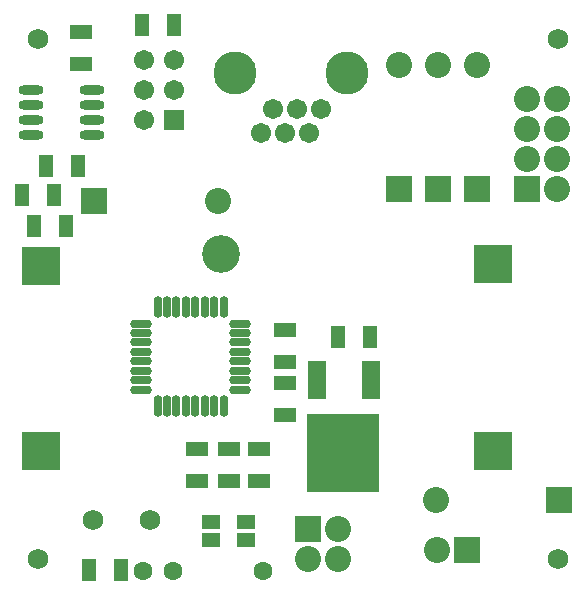
<source format=gts>
%FSAX44Y44*%
%MOMM*%
G71*
G01*
G75*
G04 Layer_Color=8388736*
%ADD10R,1.1000X1.7000*%
%ADD11R,1.7000X1.1000*%
%ADD12R,6.0000X6.5000*%
%ADD13R,1.4000X3.0000*%
%ADD14O,0.5500X1.6500*%
%ADD15O,1.6500X0.5500*%
%ADD16R,1.4000X1.1000*%
%ADD17O,1.9000X0.6000*%
%ADD18C,1.5000*%
%ADD19C,0.5080*%
%ADD20C,1.4000*%
%ADD21C,1.5240*%
%ADD22C,3.0000*%
%ADD23R,3.0000X3.0000*%
%ADD24C,2.0000*%
%ADD25R,2.0000X2.0000*%
%ADD26C,2.0000*%
%ADD27R,2.0000X2.0000*%
%ADD28R,2.0000X2.0000*%
%ADD29C,1.5000*%
%ADD30R,1.5000X1.5000*%
%ADD31R,2.0000X2.0000*%
%ADD32C,1.4000*%
%ADD33C,0.5000*%
%ADD34C,0.8000*%
%ADD35C,3.4500*%
%ADD36O,0.5800X1.3000*%
%ADD37R,0.5800X1.3000*%
%ADD38R,6.5000X6.0000*%
%ADD39R,3.0000X1.4000*%
%ADD40C,1.0000*%
%ADD41R,2.2191X0.9960*%
%ADD42C,0.2540*%
%ADD43C,0.2500*%
%ADD44C,0.6000*%
%ADD45C,0.2000*%
%ADD46C,0.5000*%
%ADD47R,0.8000X2.8000*%
%ADD48R,2.8000X0.8000*%
%ADD49R,1.3032X1.9032*%
%ADD50R,1.9032X1.3032*%
%ADD51R,6.2032X6.7032*%
%ADD52R,1.6032X3.2032*%
%ADD53O,0.7532X1.8532*%
%ADD54O,1.8532X0.7532*%
%ADD55R,1.6032X1.3032*%
%ADD56O,2.1032X0.8032*%
%ADD57C,1.7272*%
%ADD58C,3.2032*%
%ADD59R,3.2032X3.2032*%
%ADD60C,2.2032*%
%ADD61R,2.2032X2.2032*%
%ADD62C,2.2032*%
%ADD63R,2.2032X2.2032*%
%ADD64R,2.2032X2.2032*%
%ADD65C,1.7032*%
%ADD66R,1.7032X1.7032*%
%ADD67R,2.2032X2.2032*%
%ADD68C,1.6032*%
%ADD69C,3.6532*%
D49*
X00173190Y00220980D02*
D03*
X00200190D02*
D03*
X00163360Y00562610D02*
D03*
X00136360D02*
D03*
X00384010Y00417830D02*
D03*
X00411010D02*
D03*
X00116040Y00538480D02*
D03*
X00143040D02*
D03*
X00244640Y00681990D02*
D03*
X00217640D02*
D03*
X00153200Y00511810D02*
D03*
X00126200D02*
D03*
D50*
X00339090Y00396710D02*
D03*
Y00423710D02*
D03*
X00316710Y00323380D02*
D03*
Y00296380D02*
D03*
X00264640Y00323380D02*
D03*
Y00296380D02*
D03*
X00166370Y00676440D02*
D03*
Y00649440D02*
D03*
X00339090Y00352260D02*
D03*
Y00379260D02*
D03*
X00291310Y00323380D02*
D03*
Y00296380D02*
D03*
D51*
X00388470Y00319270D02*
D03*
D52*
X00365770Y00381770D02*
D03*
X00411470Y00381770D02*
D03*
D53*
X00231080Y00443320D02*
D03*
X00239080D02*
D03*
X00247080D02*
D03*
X00255080D02*
D03*
X00263080D02*
D03*
X00271080D02*
D03*
X00279080D02*
D03*
X00287080D02*
D03*
Y00359320D02*
D03*
X00279080D02*
D03*
X00271080D02*
D03*
X00263080D02*
D03*
X00255080D02*
D03*
X00247080D02*
D03*
X00239080D02*
D03*
X00231080D02*
D03*
D54*
X00301080Y00429320D02*
D03*
Y00421320D02*
D03*
Y00413320D02*
D03*
Y00405320D02*
D03*
Y00397320D02*
D03*
Y00389320D02*
D03*
Y00381320D02*
D03*
Y00373320D02*
D03*
X00217080D02*
D03*
Y00381320D02*
D03*
Y00389320D02*
D03*
Y00397320D02*
D03*
Y00405320D02*
D03*
Y00413320D02*
D03*
Y00421320D02*
D03*
Y00429320D02*
D03*
D55*
X00306070Y00245620D02*
D03*
Y00261620D02*
D03*
X00276070Y00245620D02*
D03*
Y00261620D02*
D03*
D56*
X00123820Y00627380D02*
D03*
Y00614680D02*
D03*
Y00601980D02*
D03*
Y00589280D02*
D03*
X00175900Y00627380D02*
D03*
Y00614680D02*
D03*
Y00601980D02*
D03*
Y00589280D02*
D03*
D57*
X00225060Y00262890D02*
D03*
X00176260D02*
D03*
X00570000Y00670000D02*
D03*
X00130000D02*
D03*
Y00230000D02*
D03*
X00570000D02*
D03*
D58*
X00284580Y00488235D02*
D03*
D59*
X00132580Y00321400D02*
D03*
X00514985D02*
D03*
Y00479505D02*
D03*
X00132580Y00478235D02*
D03*
D60*
X00383540Y00255270D02*
D03*
Y00229870D02*
D03*
X00358140D02*
D03*
X00568960Y00543560D02*
D03*
Y00568960D02*
D03*
Y00594360D02*
D03*
Y00619760D02*
D03*
X00543560D02*
D03*
Y00594360D02*
D03*
Y00568960D02*
D03*
X00467760Y00237490D02*
D03*
D61*
X00358140Y00255270D02*
D03*
X00492760Y00237490D02*
D03*
D62*
X00282170Y00533400D02*
D03*
X00468630Y00647930D02*
D03*
X00501650D02*
D03*
X00466800Y00280010D02*
D03*
X00435610Y00647930D02*
D03*
D63*
X00177570Y00533400D02*
D03*
X00571400Y00280010D02*
D03*
D64*
X00543560Y00543560D02*
D03*
D65*
X00219710Y00601980D02*
D03*
Y00652780D02*
D03*
X00245110D02*
D03*
X00219710Y00627380D02*
D03*
X00245110D02*
D03*
X00359570Y00590550D02*
D03*
X00339170D02*
D03*
X00318770D02*
D03*
X00369770Y00610850D02*
D03*
X00349370D02*
D03*
X00328970D02*
D03*
D66*
X00245110Y00601980D02*
D03*
D67*
X00468630Y00543330D02*
D03*
X00501650D02*
D03*
X00435610D02*
D03*
D68*
X00218440Y00219710D02*
D03*
X00320040D02*
D03*
X00243840D02*
D03*
D69*
X00391770Y00641350D02*
D03*
X00296570D02*
D03*
M02*

</source>
